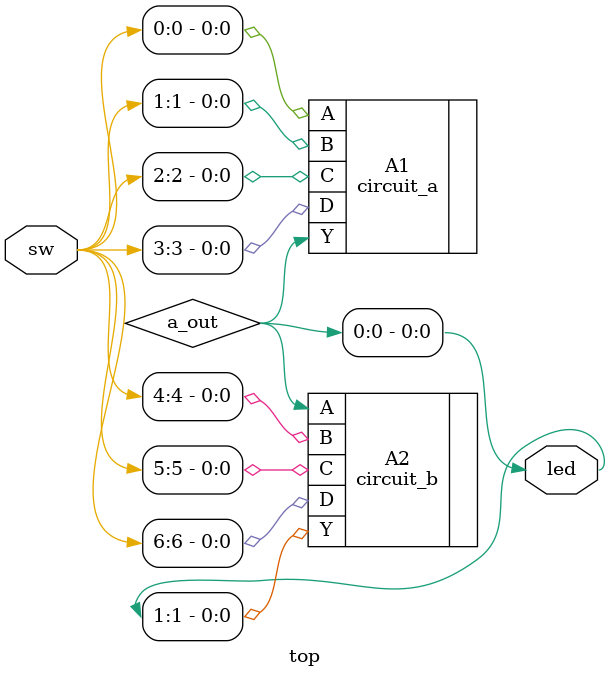
<source format=v>
module top (
input [6:0]sw,
output [1:0]led
);

wire a_out;

circuit_a A1(
 .A(sw[0]),
 .B(sw[1]),
 .C(sw[2]),
 .D(sw[3]),
 .Y(a_out)
);

circuit_b A2(
 .A(a_out),
 .B(sw[4]),
 .C(sw[5]),
 .D(sw[6]),
 .Y(led[1])
);

assign led[0] = a_out;



endmodule

</source>
